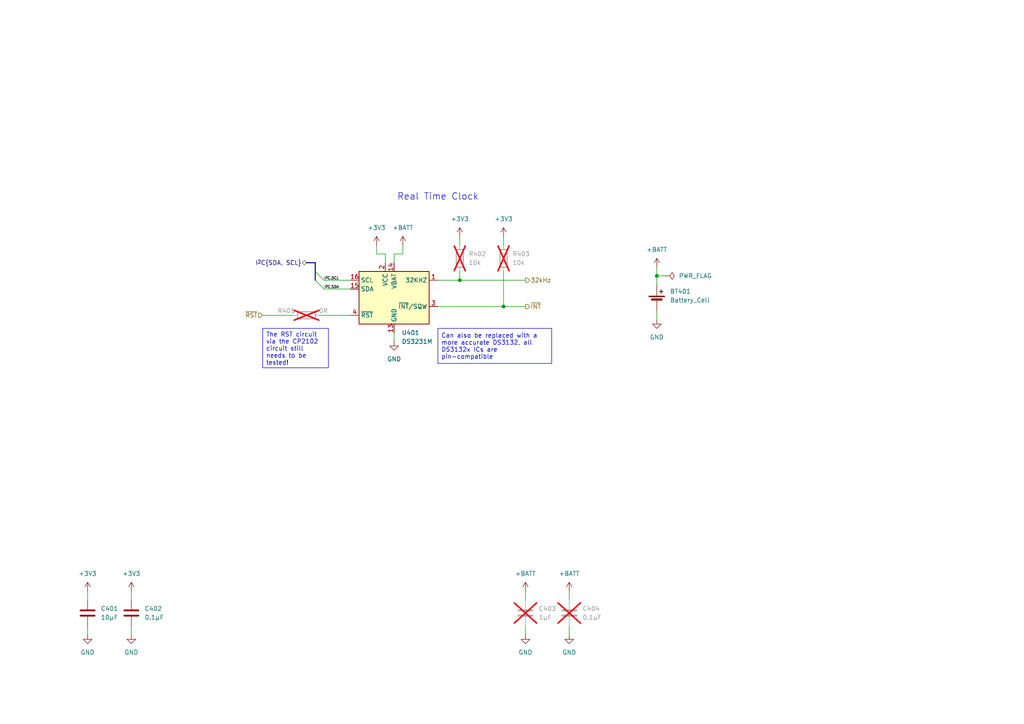
<source format=kicad_sch>
(kicad_sch (version 20231120) (generator "eeschema") (generator_version "8.0")
  (paper "A4")
  (title_block (title "Wordclock - Real Time Clock") (date "2024-10-27") (rev "A") (company "ElektroNik Zoller") (comment 1 "Nikolai Zoller") (comment 4 "CERN-OHL-P"))
  (lib_symbols
    (symbol "Device:Battery_Cell" (pin_numbers hide) (pin_names (offset 0) hide)
      (property "Reference" "BT" (at 2.54 2.54 0))
      (property "Value" "Battery_Cell" (at 2.54 0 0))
      (symbol "Battery_Cell_0_1"
        (rectangle (start -2.286 1.778) (end 2.286 1.524) (fill (type outline)))
        (rectangle (start -1.524 1.016) (end 1.524 0.508) (fill (type outline)))
        (polyline (pts (xy 0 0.762) (xy 0 0)))
        (polyline (pts (xy 0 1.778) (xy 0 2.54)))
        (polyline (pts (xy 0.762 3.048) (xy 1.778 3.048)) (stroke (width 0.254)))
        (polyline (pts (xy 1.27 3.556) (xy 1.27 2.54)) (stroke (width 0.254)))
      )
      (symbol "Battery_Cell_1_1"
        (pin passive line (at 0 5.08 270) (length 2.54) (name "+") (number "1"))
        (pin passive line (at 0 -2.54 90) (length 2.54) (name "-") (number "2"))
      )
    )
    (symbol "Device:C" (pin_numbers hide) (pin_names (offset 0.254))
      (property "Reference" "C" (at 0.635 2.54 0))
      (property "Value" "C" (at 0.635 -2.54 0))
      (symbol "C_0_1"
        (polyline (pts (xy -2.032 -0.762) (xy 2.032 -0.762)) (stroke (width 0.508)))
        (polyline (pts (xy -2.032 0.762) (xy 2.032 0.762)) (stroke (width 0.508)))
      )
      (symbol "C_1_1"
        (pin passive line (at 0 3.81 270) (length 2.794) (name "~") (number "1"))
        (pin passive line (at 0 -3.81 90) (length 2.794) (name "~") (number "2"))
      )
    )
    (symbol "Device:R" (pin_numbers hide) (pin_names (offset 0))
      (property "Reference" "R" (at 2.032 0 90))
      (property "Value" "R" (at 0 0 90))
      (symbol "R_0_1"
        (rectangle (start -1.016 -2.54) (end 1.016 2.54) (stroke (width 0.254)))
      )
      (symbol "R_1_1"
        (pin passive line (at 0 3.81 270) (length 1.27) (name "~") (number "1"))
        (pin passive line (at 0 -3.81 90) (length 1.27) (name "~") (number "2"))
      )
    )
    (symbol "Timer_RTC:DS3231M"
      (property "Reference" "U" (at -7.62 8.89 0))
      (property "Value" "DS3231M" (at 10.16 8.89 0))
      (symbol "DS3231M_0_1"
        (rectangle (start -10.16 7.62) (end 10.16 -7.62) (stroke (width 0.254)) (fill (type background)))
      )
      (symbol "DS3231M_1_1"
        (pin open_collector line (at 12.7 5.08 180) (length 2.54) (name "32KHZ") (number "1"))
        (pin passive line (at 0 -10.16 90) (length 2.54) hide (name "GND") (number "10"))
        (pin passive line (at 0 -10.16 90) (length 2.54) hide (name "GND") (number "11"))
        (pin passive line (at 0 -10.16 90) (length 2.54) hide (name "GND") (number "12"))
        (pin power_in line (at 0 -10.16 90) (length 2.54) (name "GND") (number "13"))
        (pin power_in line (at 0 10.16 270) (length 2.54) (name "VBAT") (number "14"))
        (pin bidirectional line (at -12.7 2.54 0) (length 2.54) (name "SDA") (number "15"))
        (pin input line (at -12.7 5.08 0) (length 2.54) (name "SCL") (number "16"))
        (pin power_in line (at -2.54 10.16 270) (length 2.54) (name "VCC") (number "2"))
        (pin open_collector line (at 12.7 -2.54 180) (length 2.54) (name "~{INT}/SQW") (number "3"))
        (pin bidirectional line (at -12.7 -5.08 0) (length 2.54) (name "~{RST}") (number "4"))
        (pin passive line (at 0 -10.16 90) (length 2.54) hide (name "GND") (number "5"))
        (pin passive line (at 0 -10.16 90) (length 2.54) hide (name "GND") (number "6"))
        (pin passive line (at 0 -10.16 90) (length 2.54) hide (name "GND") (number "7"))
        (pin passive line (at 0 -10.16 90) (length 2.54) hide (name "GND") (number "8"))
        (pin passive line (at 0 -10.16 90) (length 2.54) hide (name "GND") (number "9"))
      )
    )
    (symbol "power:+3V3" (power) (pin_numbers hide) (pin_names (offset 0) hide)
      (property "Value" "+3V3" (at 0 3.556 0))
      (symbol "+3V3_0_1"
        (polyline (pts (xy -0.762 1.27) (xy 0 2.54)))
        (polyline (pts (xy 0 0) (xy 0 2.54)))
        (polyline (pts (xy 0 2.54) (xy 0.762 1.27)))
      )
      (symbol "+3V3_1_1"
        (pin power_in line (at 0 0 90) (length 0) (name "~") (number "1"))
      )
    )
    (symbol "power:+BATT" (power) (pin_numbers hide) (pin_names (offset 0) hide)
      (property "Value" "+BATT" (at 0 3.556 0))
      (symbol "+BATT_0_1"
        (polyline (pts (xy -0.762 1.27) (xy 0 2.54)))
        (polyline (pts (xy 0 0) (xy 0 2.54)))
        (polyline (pts (xy 0 2.54) (xy 0.762 1.27)))
      )
      (symbol "+BATT_1_1"
        (pin power_in line (at 0 0 90) (length 0) (name "~") (number "1"))
      )
    )
    (symbol "power:GND" (power) (pin_numbers hide) (pin_names (offset 0) hide)
      (property "Value" "GND" (at 0 -3.81 0))
      (symbol "GND_0_1"
        (polyline (pts (xy 0 0) (xy 0 -1.27) (xy 1.27 -1.27) (xy 0 -2.54) (xy -1.27 -1.27) (xy 0 -1.27)))
      )
      (symbol "GND_1_1"
        (pin power_in line (at 0 0 270) (length 0) (name "~") (number "1"))
      )
    )
    (symbol "power:PWR_FLAG" (power) (pin_numbers hide) (pin_names (offset 0) hide)
      (property "Value" "PWR_FLAG" (at 0 3.81 0))
      (symbol "PWR_FLAG_0_0"
        (pin power_out line (at 0 0 90) (length 0) (name "~") (number "1"))
      )
      (symbol "PWR_FLAG_0_1"
        (polyline (pts (xy 0 0) (xy 0 1.27) (xy -1.016 1.905) (xy 0 2.54) (xy 1.016 1.905) (xy 0 1.27)))
      )
    )
  )
  (junction (at 190.5 80.01))
  (junction (at 146.05 88.9))
  (junction (at 133.35 81.28))
  (bus_entry (at 91.44 78.74) (size 2.54 2.54))
  (bus_entry (at 91.44 81.28) (size 2.54 2.54))
  (wire (pts (xy 127 88.9) (xy 146.05 88.9)))
  (wire (pts (xy 38.1 171.45) (xy 38.1 173.99)))
  (wire (pts (xy 152.4 171.45) (xy 152.4 173.99)))
  (wire (pts (xy 133.35 81.28) (xy 152.4 81.28)))
  (bus (pts (xy 91.44 76.2) (xy 88.9 76.2)))
  (wire (pts (xy 25.4 171.45) (xy 25.4 173.99)))
  (wire (pts (xy 190.5 80.01) (xy 190.5 82.55)))
  (wire (pts (xy 190.5 80.01) (xy 193.04 80.01)))
  (wire (pts (xy 114.3 73.66) (xy 114.3 76.2)))
  (wire (pts (xy 76.2 91.44) (xy 85.09 91.44)))
  (wire (pts (xy 146.05 88.9) (xy 152.4 88.9)))
  (wire (pts (xy 111.76 73.66) (xy 111.76 76.2)))
  (wire (pts (xy 116.84 73.66) (xy 114.3 73.66)))
  (wire (pts (xy 109.22 71.12) (xy 109.22 73.66)))
  (wire (pts (xy 114.3 96.52) (xy 114.3 99.06)))
  (wire (pts (xy 146.05 78.74) (xy 146.05 88.9)))
  (wire (pts (xy 190.5 92.71) (xy 190.5 90.17)))
  (wire (pts (xy 116.84 71.12) (xy 116.84 73.66)))
  (wire (pts (xy 25.4 181.61) (xy 25.4 184.15)))
  (wire (pts (xy 93.98 83.82) (xy 101.6 83.82)))
  (wire (pts (xy 127 81.28) (xy 133.35 81.28)))
  (bus (pts (xy 91.44 78.74) (xy 91.44 76.2)))
  (wire (pts (xy 38.1 181.61) (xy 38.1 184.15)))
  (wire (pts (xy 146.05 68.58) (xy 146.05 71.12)))
  (wire (pts (xy 133.35 68.58) (xy 133.35 71.12)))
  (wire (pts (xy 93.98 81.28) (xy 101.6 81.28)))
  (wire (pts (xy 133.35 78.74) (xy 133.35 81.28)))
  (wire (pts (xy 152.4 181.61) (xy 152.4 184.15)))
  (bus (pts (xy 91.44 81.28) (xy 91.44 78.74)))
  (wire (pts (xy 190.5 77.47) (xy 190.5 80.01)))
  (wire (pts (xy 165.1 171.45) (xy 165.1 173.99)))
  (wire (pts (xy 165.1 181.61) (xy 165.1 184.15)))
  (wire (pts (xy 109.22 73.66) (xy 111.76 73.66)))
  (wire (pts (xy 92.71 91.44) (xy 101.6 91.44)))
  (text_box "Can also be replaced with a more accurate DS3132, all DS3132x ICs are pin-compatible" (at 127 95.25 0) (size 33.02 10.16) (effects (font (size 1.27 1.27)) (justify left)))
  (text_box "The RST circuit via the CP2102 circuit still needs to be tested!" (at 76.2 95.25 0) (size 19.05 11.43) (effects (font (size 1.27 1.27)) (justify left top)))
  (text "Real Time Clock" (at 127 57.15 0) (effects (font (size 1.905 1.905))))
  (label "I^{2}C.SCL" (at 93.98 81.28 0) (effects (font (size 0.762 0.762))))
  (label "I^{2}C.SDA" (at 93.98 83.82 0) (effects (font (size 0.762 0.762))))
  (hierarchical_label "~{INT}" (shape output) (at 152.4 88.9 0))
  (hierarchical_label "~{RST}" (shape input) (at 76.2 91.44 180))
  (hierarchical_label "I^{2}C{SDA, SCL}" (shape bidirectional) (at 88.9 76.2 180))
  (hierarchical_label "32kHz" (shape output) (at 152.4 81.28 0))
  (symbol (lib_id "power:+3V3") (at 109.22 71.12 0) (unit 1)
    (property "Reference" "#PWR0405" (effects (hide yes)))
    (property "Value" "+3V3" (at 109.22 66.04 0))
    (property "Description" "Power symbol creates a global label with name \"+3V3\"" (effects (hide yes)))
  )
  (symbol (lib_id "power:+3V3") (at 25.4 171.45 0) (unit 1)
    (property "Reference" "#PWR0401" (effects (hide yes)))
    (property "Value" "+3V3" (at 25.4 166.37 0))
    (property "Description" "Power symbol creates a global label with name \"+3V3\"" (effects (hide yes)))
  )
  (symbol (lib_id "power:GND") (at 190.5 92.71 0) (unit 1)
    (property "Reference" "#PWR0415" (effects (hide yes)))
    (property "Value" "GND" (at 190.5 97.79 0))
    (property "Description" "Power symbol creates a global label with name \"GND\" , ground" (effects (hide yes)))
  )
  (symbol (lib_id "power:+BATT") (at 165.1 171.45 0) (unit 1)
    (property "Reference" "#PWR0412" (effects (hide yes)))
    (property "Value" "+BATT" (at 165.1 166.37 0))
    (property "Description" "Power symbol creates a global label with name \"+BATT\"" (effects (hide yes)))
  )
  (symbol (lib_id "Device:C") (at 165.1 177.8 0) (unit 1) (dnp yes)
    (property "Reference" "C404" (at 168.91 176.5299 0) (effects (justify left)))
    (property "Value" "0.1µF" (at 168.91 179.0699 0) (effects (justify left)))
    (property "Description" "Unpolarized capacitor" (effects (hide yes)))
  )
  (symbol (lib_id "power:+3V3") (at 146.05 68.58 0) (unit 1)
    (property "Reference" "#PWR0409" (effects (hide yes)))
    (property "Value" "+3V3" (at 146.05 63.5 0))
    (property "Description" "Power symbol creates a global label with name \"+3V3\"" (effects (hide yes)))
  )
  (symbol (lib_id "power:+3V3") (at 38.1 171.45 0) (unit 1)
    (property "Reference" "#PWR0403" (effects (hide yes)))
    (property "Value" "+3V3" (at 38.1 166.37 0))
    (property "Description" "Power symbol creates a global label with name \"+3V3\"" (effects (hide yes)))
  )
  (symbol (lib_id "Device:Battery_Cell") (at 190.5 87.63 0) (unit 1)
    (property "Reference" "BT401" (at 194.31 84.5184 0) (effects (justify left)))
    (property "Value" "Battery_Cell" (at 194.31 87.0584 0) (effects (justify left)))
    (property "Description" "Single-cell battery" (effects (hide yes)))
  )
  (symbol (lib_id "power:GND") (at 25.4 184.15 0) (unit 1)
    (property "Reference" "#PWR0402" (effects (hide yes)))
    (property "Value" "GND" (at 25.4 189.23 0))
    (property "Description" "Power symbol creates a global label with name \"GND\" , ground" (effects (hide yes)))
  )
  (symbol (lib_id "power:+BATT") (at 152.4 171.45 0) (unit 1)
    (property "Reference" "#PWR0410" (effects (hide yes)))
    (property "Value" "+BATT" (at 152.4 166.37 0))
    (property "Description" "Power symbol creates a global label with name \"+BATT\"" (effects (hide yes)))
  )
  (symbol (lib_id "power:GND") (at 152.4 184.15 0) (unit 1)
    (property "Reference" "#PWR0411" (effects (hide yes)))
    (property "Value" "GND" (at 152.4 189.23 0))
    (property "Description" "Power symbol creates a global label with name \"GND\" , ground" (effects (hide yes)))
  )
  (symbol (lib_id "Device:R") (at 146.05 74.93 0) (unit 1) (dnp yes)
    (property "Reference" "R403" (at 148.59 73.6599 0) (effects (justify left)))
    (property "Value" "10k" (at 148.59 76.1999 0) (effects (justify left)))
    (property "Description" "Resistor" (effects (hide yes)))
  )
  (symbol (lib_id "power:GND") (at 165.1 184.15 0) (unit 1)
    (property "Reference" "#PWR0413" (effects (hide yes)))
    (property "Value" "GND" (at 165.1 189.23 0))
    (property "Description" "Power symbol creates a global label with name \"GND\" , ground" (effects (hide yes)))
  )
  (symbol (lib_id "power:+BATT") (at 116.84 71.12 0) (unit 1)
    (property "Reference" "#PWR0407" (effects (hide yes)))
    (property "Value" "+BATT" (at 116.84 66.04 0))
    (property "Description" "Power symbol creates a global label with name \"+BATT\"" (effects (hide yes)))
  )
  (symbol (lib_id "Device:C") (at 25.4 177.8 0) (unit 1)
    (property "Reference" "C401" (at 29.21 176.5299 0) (effects (justify left)))
    (property "Value" "10µF" (at 29.21 179.0699 0) (effects (justify left)))
    (property "Description" "Unpolarized capacitor" (effects (hide yes)))
  )
  (symbol (lib_id "power:PWR_FLAG") (at 193.04 80.01 270) (unit 1)
    (property "Reference" "#FLG0401" (effects (hide yes)))
    (property "Value" "PWR_FLAG" (at 196.85 80.0099 90) (effects (justify left)))
    (property "Description" "Special symbol for telling ERC where power comes from" (effects (hide yes)))
  )
  (symbol (lib_id "Device:R") (at 133.35 74.93 0) (unit 1) (dnp yes)
    (property "Reference" "R402" (at 135.89 73.6599 0) (effects (justify left)))
    (property "Value" "10k" (at 135.89 76.1999 0) (effects (justify left)))
    (property "Description" "Resistor" (effects (hide yes)))
  )
  (symbol (lib_id "power:GND") (at 38.1 184.15 0) (unit 1)
    (property "Reference" "#PWR0404" (effects (hide yes)))
    (property "Value" "GND" (at 38.1 189.23 0))
    (property "Description" "Power symbol creates a global label with name \"GND\" , ground" (effects (hide yes)))
  )
  (symbol (lib_id "power:GND") (at 114.3 99.06 0) (unit 1)
    (property "Reference" "#PWR0406" (effects (hide yes)))
    (property "Value" "GND" (at 114.3 104.14 0))
    (property "Description" "Power symbol creates a global label with name \"GND\" , ground" (effects (hide yes)))
  )
  (symbol (lib_id "Device:R") (at 88.9 91.44 270) (unit 1) (dnp yes)
    (property "Reference" "R401" (at 85.598 90.17 90) (effects (justify right)))
    (property "Value" "0R" (at 92.456 90.17 90) (effects (justify left)))
    (property "Description" "Resistor" (effects (hide yes)))
  )
  (symbol (lib_id "Timer_RTC:DS3231M") (at 114.3 86.36 0) (unit 1)
    (property "Reference" "U401" (at 116.4941 96.52 0) (effects (justify left)))
    (property "Value" "DS3231M" (at 116.4941 99.06 0) (effects (justify left)))
    (property "Footprint" "Package_SO:SOIC-16W_7.5x10.3mm_P1.27mm" (effects (hide yes)))
    (property "Datasheet" "http://datasheets.maximintegrated.com/en/ds/DS3231.pdf" (effects (hide yes)))
    (property "Description" "Extremely Accurate I2C-Integrated RTC/TCXO/Crystal SOIC-16" (effects (hide yes)))
    (property "Manufacturer" "Analog Devices Inc./Maxim Integrated" (effects (hide yes)))
    (property "Manufacturer Part no." "DS3231M+TRL" (effects (hide yes)))
    (property "Vendor 1" "Digikey" (effects (hide yes)))
    (property "Vendor 1 Part no." "DS3231M+TRLCT-ND" (effects (hide yes)))
    (property "Vendor 2" "LCSC" (effects (hide yes)))
    (property "Vendor 2 Part no." " C107410 (8-pin variant!)" (effects (hide yes)))
  )
  (symbol (lib_id "Device:C") (at 152.4 177.8 0) (unit 1) (dnp yes)
    (property "Reference" "C403" (at 156.21 176.5299 0) (effects (justify left)))
    (property "Value" "1µF" (at 156.21 179.0699 0) (effects (justify left)))
    (property "Description" "Unpolarized capacitor" (effects (hide yes)))
  )
  (symbol (lib_id "power:+3V3") (at 133.35 68.58 0) (unit 1)
    (property "Reference" "#PWR0408" (effects (hide yes)))
    (property "Value" "+3V3" (at 133.35 63.5 0))
    (property "Description" "Power symbol creates a global label with name \"+3V3\"" (effects (hide yes)))
  )
  (symbol (lib_id "power:+BATT") (at 190.5 77.47 0) (unit 1)
    (property "Reference" "#PWR0414" (effects (hide yes)))
    (property "Value" "+BATT" (at 190.5 72.39 0))
    (property "Description" "Power symbol creates a global label with name \"+BATT\"" (effects (hide yes)))
  )
  (symbol (lib_id "Device:C") (at 38.1 177.8 0) (unit 1)
    (property "Reference" "C402" (at 41.91 176.5299 0) (effects (justify left)))
    (property "Value" "0.1µF" (at 41.91 179.0699 0) (effects (justify left)))
    (property "Description" "Unpolarized capacitor" (effects (hide yes)))
  )
)
</source>
